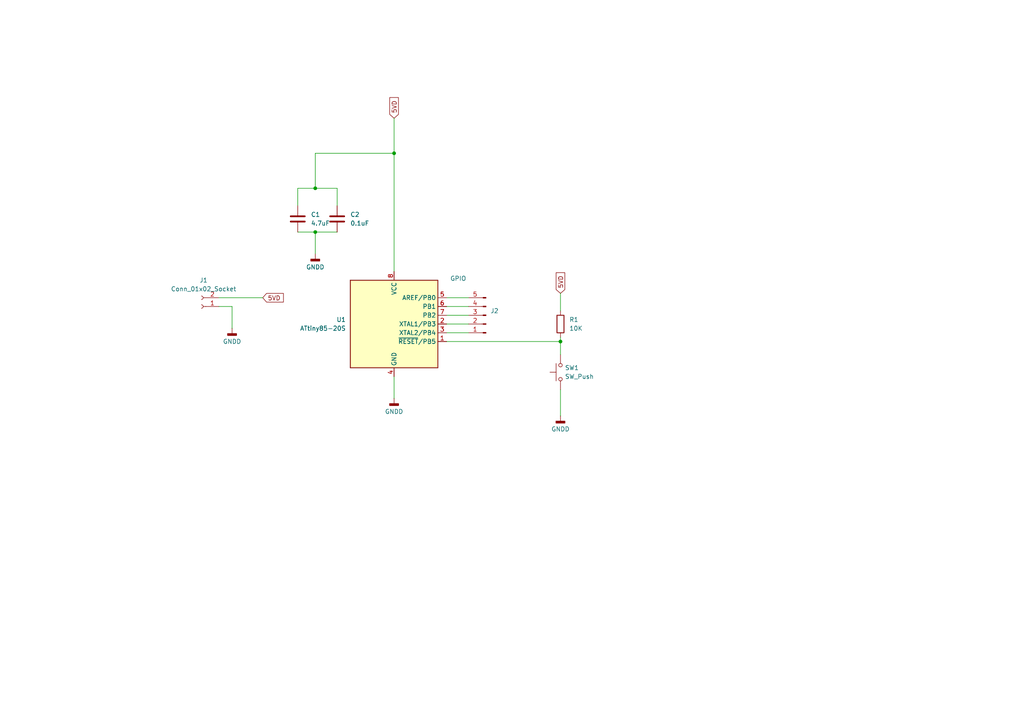
<source format=kicad_sch>
(kicad_sch
	(version 20250114)
	(generator "eeschema")
	(generator_version "9.0")
	(uuid "0005facc-bd3d-453d-842c-7238bdc68b2e")
	(paper "A4")
	(lib_symbols
		(symbol "+3.7v:GNDD"
			(power)
			(pin_numbers
				(hide yes)
			)
			(pin_names
				(offset 0)
				(hide yes)
			)
			(exclude_from_sim no)
			(in_bom yes)
			(on_board yes)
			(property "Reference" "#PWR"
				(at 0 -6.35 0)
				(effects
					(font
						(size 1.27 1.27)
					)
					(hide yes)
				)
			)
			(property "Value" "GNDD"
				(at 0 -3.175 0)
				(effects
					(font
						(size 1.27 1.27)
					)
				)
			)
			(property "Footprint" ""
				(at 0 0 0)
				(effects
					(font
						(size 1.27 1.27)
					)
					(hide yes)
				)
			)
			(property "Datasheet" ""
				(at 0 0 0)
				(effects
					(font
						(size 1.27 1.27)
					)
					(hide yes)
				)
			)
			(property "Description" "Power symbol creates a global label with name \"GNDD\" , digital ground"
				(at 0 0 0)
				(effects
					(font
						(size 1.27 1.27)
					)
					(hide yes)
				)
			)
			(property "ki_keywords" "global power"
				(at 0 0 0)
				(effects
					(font
						(size 1.27 1.27)
					)
					(hide yes)
				)
			)
			(symbol "GNDD_0_1"
				(rectangle
					(start -1.27 -1.524)
					(end 1.27 -2.032)
					(stroke
						(width 0.254)
						(type default)
					)
					(fill
						(type outline)
					)
				)
				(polyline
					(pts
						(xy 0 0) (xy 0 -1.524)
					)
					(stroke
						(width 0)
						(type default)
					)
					(fill
						(type none)
					)
				)
			)
			(symbol "GNDD_1_1"
				(pin power_in line
					(at 0 0 270)
					(length 0)
					(name "~"
						(effects
							(font
								(size 1.27 1.27)
							)
						)
					)
					(number "1"
						(effects
							(font
								(size 1.27 1.27)
							)
						)
					)
				)
			)
			(embedded_fonts no)
		)
		(symbol "Connector:Conn_01x02_Socket"
			(pin_names
				(offset 1.016)
				(hide yes)
			)
			(exclude_from_sim no)
			(in_bom yes)
			(on_board yes)
			(property "Reference" "J"
				(at 0 2.54 0)
				(effects
					(font
						(size 1.27 1.27)
					)
				)
			)
			(property "Value" "Conn_01x02_Socket"
				(at 0 -5.08 0)
				(effects
					(font
						(size 1.27 1.27)
					)
				)
			)
			(property "Footprint" ""
				(at 0 0 0)
				(effects
					(font
						(size 1.27 1.27)
					)
					(hide yes)
				)
			)
			(property "Datasheet" "~"
				(at 0 0 0)
				(effects
					(font
						(size 1.27 1.27)
					)
					(hide yes)
				)
			)
			(property "Description" "Generic connector, single row, 01x02, script generated"
				(at 0 0 0)
				(effects
					(font
						(size 1.27 1.27)
					)
					(hide yes)
				)
			)
			(property "ki_locked" ""
				(at 0 0 0)
				(effects
					(font
						(size 1.27 1.27)
					)
				)
			)
			(property "ki_keywords" "connector"
				(at 0 0 0)
				(effects
					(font
						(size 1.27 1.27)
					)
					(hide yes)
				)
			)
			(property "ki_fp_filters" "Connector*:*_1x??_*"
				(at 0 0 0)
				(effects
					(font
						(size 1.27 1.27)
					)
					(hide yes)
				)
			)
			(symbol "Conn_01x02_Socket_1_1"
				(polyline
					(pts
						(xy -1.27 0) (xy -0.508 0)
					)
					(stroke
						(width 0.1524)
						(type default)
					)
					(fill
						(type none)
					)
				)
				(polyline
					(pts
						(xy -1.27 -2.54) (xy -0.508 -2.54)
					)
					(stroke
						(width 0.1524)
						(type default)
					)
					(fill
						(type none)
					)
				)
				(arc
					(start 0 -0.508)
					(mid -0.5058 0)
					(end 0 0.508)
					(stroke
						(width 0.1524)
						(type default)
					)
					(fill
						(type none)
					)
				)
				(arc
					(start 0 -3.048)
					(mid -0.5058 -2.54)
					(end 0 -2.032)
					(stroke
						(width 0.1524)
						(type default)
					)
					(fill
						(type none)
					)
				)
				(pin passive line
					(at -5.08 0 0)
					(length 3.81)
					(name "Pin_1"
						(effects
							(font
								(size 1.27 1.27)
							)
						)
					)
					(number "1"
						(effects
							(font
								(size 1.27 1.27)
							)
						)
					)
				)
				(pin passive line
					(at -5.08 -2.54 0)
					(length 3.81)
					(name "Pin_2"
						(effects
							(font
								(size 1.27 1.27)
							)
						)
					)
					(number "2"
						(effects
							(font
								(size 1.27 1.27)
							)
						)
					)
				)
			)
			(embedded_fonts no)
		)
		(symbol "Connector:Conn_01x05_Pin"
			(pin_names
				(offset 1.016)
				(hide yes)
			)
			(exclude_from_sim no)
			(in_bom yes)
			(on_board yes)
			(property "Reference" "J"
				(at 0 7.62 0)
				(effects
					(font
						(size 1.27 1.27)
					)
				)
			)
			(property "Value" "Conn_01x05_Pin"
				(at 0 -7.62 0)
				(effects
					(font
						(size 1.27 1.27)
					)
				)
			)
			(property "Footprint" ""
				(at 0 0 0)
				(effects
					(font
						(size 1.27 1.27)
					)
					(hide yes)
				)
			)
			(property "Datasheet" "~"
				(at 0 0 0)
				(effects
					(font
						(size 1.27 1.27)
					)
					(hide yes)
				)
			)
			(property "Description" "Generic connector, single row, 01x05, script generated"
				(at 0 0 0)
				(effects
					(font
						(size 1.27 1.27)
					)
					(hide yes)
				)
			)
			(property "ki_locked" ""
				(at 0 0 0)
				(effects
					(font
						(size 1.27 1.27)
					)
				)
			)
			(property "ki_keywords" "connector"
				(at 0 0 0)
				(effects
					(font
						(size 1.27 1.27)
					)
					(hide yes)
				)
			)
			(property "ki_fp_filters" "Connector*:*_1x??_*"
				(at 0 0 0)
				(effects
					(font
						(size 1.27 1.27)
					)
					(hide yes)
				)
			)
			(symbol "Conn_01x05_Pin_1_1"
				(rectangle
					(start 0.8636 5.207)
					(end 0 4.953)
					(stroke
						(width 0.1524)
						(type default)
					)
					(fill
						(type outline)
					)
				)
				(rectangle
					(start 0.8636 2.667)
					(end 0 2.413)
					(stroke
						(width 0.1524)
						(type default)
					)
					(fill
						(type outline)
					)
				)
				(rectangle
					(start 0.8636 0.127)
					(end 0 -0.127)
					(stroke
						(width 0.1524)
						(type default)
					)
					(fill
						(type outline)
					)
				)
				(rectangle
					(start 0.8636 -2.413)
					(end 0 -2.667)
					(stroke
						(width 0.1524)
						(type default)
					)
					(fill
						(type outline)
					)
				)
				(rectangle
					(start 0.8636 -4.953)
					(end 0 -5.207)
					(stroke
						(width 0.1524)
						(type default)
					)
					(fill
						(type outline)
					)
				)
				(polyline
					(pts
						(xy 1.27 5.08) (xy 0.8636 5.08)
					)
					(stroke
						(width 0.1524)
						(type default)
					)
					(fill
						(type none)
					)
				)
				(polyline
					(pts
						(xy 1.27 2.54) (xy 0.8636 2.54)
					)
					(stroke
						(width 0.1524)
						(type default)
					)
					(fill
						(type none)
					)
				)
				(polyline
					(pts
						(xy 1.27 0) (xy 0.8636 0)
					)
					(stroke
						(width 0.1524)
						(type default)
					)
					(fill
						(type none)
					)
				)
				(polyline
					(pts
						(xy 1.27 -2.54) (xy 0.8636 -2.54)
					)
					(stroke
						(width 0.1524)
						(type default)
					)
					(fill
						(type none)
					)
				)
				(polyline
					(pts
						(xy 1.27 -5.08) (xy 0.8636 -5.08)
					)
					(stroke
						(width 0.1524)
						(type default)
					)
					(fill
						(type none)
					)
				)
				(pin passive line
					(at 5.08 5.08 180)
					(length 3.81)
					(name "Pin_1"
						(effects
							(font
								(size 1.27 1.27)
							)
						)
					)
					(number "1"
						(effects
							(font
								(size 1.27 1.27)
							)
						)
					)
				)
				(pin passive line
					(at 5.08 2.54 180)
					(length 3.81)
					(name "Pin_2"
						(effects
							(font
								(size 1.27 1.27)
							)
						)
					)
					(number "2"
						(effects
							(font
								(size 1.27 1.27)
							)
						)
					)
				)
				(pin passive line
					(at 5.08 0 180)
					(length 3.81)
					(name "Pin_3"
						(effects
							(font
								(size 1.27 1.27)
							)
						)
					)
					(number "3"
						(effects
							(font
								(size 1.27 1.27)
							)
						)
					)
				)
				(pin passive line
					(at 5.08 -2.54 180)
					(length 3.81)
					(name "Pin_4"
						(effects
							(font
								(size 1.27 1.27)
							)
						)
					)
					(number "4"
						(effects
							(font
								(size 1.27 1.27)
							)
						)
					)
				)
				(pin passive line
					(at 5.08 -5.08 180)
					(length 3.81)
					(name "Pin_5"
						(effects
							(font
								(size 1.27 1.27)
							)
						)
					)
					(number "5"
						(effects
							(font
								(size 1.27 1.27)
							)
						)
					)
				)
			)
			(embedded_fonts no)
		)
		(symbol "Device:C"
			(pin_numbers
				(hide yes)
			)
			(pin_names
				(offset 0.254)
			)
			(exclude_from_sim no)
			(in_bom yes)
			(on_board yes)
			(property "Reference" "C"
				(at 0.635 2.54 0)
				(effects
					(font
						(size 1.27 1.27)
					)
					(justify left)
				)
			)
			(property "Value" "C"
				(at 0.635 -2.54 0)
				(effects
					(font
						(size 1.27 1.27)
					)
					(justify left)
				)
			)
			(property "Footprint" ""
				(at 0.9652 -3.81 0)
				(effects
					(font
						(size 1.27 1.27)
					)
					(hide yes)
				)
			)
			(property "Datasheet" "~"
				(at 0 0 0)
				(effects
					(font
						(size 1.27 1.27)
					)
					(hide yes)
				)
			)
			(property "Description" "Unpolarized capacitor"
				(at 0 0 0)
				(effects
					(font
						(size 1.27 1.27)
					)
					(hide yes)
				)
			)
			(property "ki_keywords" "cap capacitor"
				(at 0 0 0)
				(effects
					(font
						(size 1.27 1.27)
					)
					(hide yes)
				)
			)
			(property "ki_fp_filters" "C_*"
				(at 0 0 0)
				(effects
					(font
						(size 1.27 1.27)
					)
					(hide yes)
				)
			)
			(symbol "C_0_1"
				(polyline
					(pts
						(xy -2.032 0.762) (xy 2.032 0.762)
					)
					(stroke
						(width 0.508)
						(type default)
					)
					(fill
						(type none)
					)
				)
				(polyline
					(pts
						(xy -2.032 -0.762) (xy 2.032 -0.762)
					)
					(stroke
						(width 0.508)
						(type default)
					)
					(fill
						(type none)
					)
				)
			)
			(symbol "C_1_1"
				(pin passive line
					(at 0 3.81 270)
					(length 2.794)
					(name "~"
						(effects
							(font
								(size 1.27 1.27)
							)
						)
					)
					(number "1"
						(effects
							(font
								(size 1.27 1.27)
							)
						)
					)
				)
				(pin passive line
					(at 0 -3.81 90)
					(length 2.794)
					(name "~"
						(effects
							(font
								(size 1.27 1.27)
							)
						)
					)
					(number "2"
						(effects
							(font
								(size 1.27 1.27)
							)
						)
					)
				)
			)
			(embedded_fonts no)
		)
		(symbol "Device:R"
			(pin_numbers
				(hide yes)
			)
			(pin_names
				(offset 0)
			)
			(exclude_from_sim no)
			(in_bom yes)
			(on_board yes)
			(property "Reference" "R"
				(at 2.032 0 90)
				(effects
					(font
						(size 1.27 1.27)
					)
				)
			)
			(property "Value" "R"
				(at 0 0 90)
				(effects
					(font
						(size 1.27 1.27)
					)
				)
			)
			(property "Footprint" ""
				(at -1.778 0 90)
				(effects
					(font
						(size 1.27 1.27)
					)
					(hide yes)
				)
			)
			(property "Datasheet" "~"
				(at 0 0 0)
				(effects
					(font
						(size 1.27 1.27)
					)
					(hide yes)
				)
			)
			(property "Description" "Resistor"
				(at 0 0 0)
				(effects
					(font
						(size 1.27 1.27)
					)
					(hide yes)
				)
			)
			(property "ki_keywords" "R res resistor"
				(at 0 0 0)
				(effects
					(font
						(size 1.27 1.27)
					)
					(hide yes)
				)
			)
			(property "ki_fp_filters" "R_*"
				(at 0 0 0)
				(effects
					(font
						(size 1.27 1.27)
					)
					(hide yes)
				)
			)
			(symbol "R_0_1"
				(rectangle
					(start -1.016 -2.54)
					(end 1.016 2.54)
					(stroke
						(width 0.254)
						(type default)
					)
					(fill
						(type none)
					)
				)
			)
			(symbol "R_1_1"
				(pin passive line
					(at 0 3.81 270)
					(length 1.27)
					(name "~"
						(effects
							(font
								(size 1.27 1.27)
							)
						)
					)
					(number "1"
						(effects
							(font
								(size 1.27 1.27)
							)
						)
					)
				)
				(pin passive line
					(at 0 -3.81 90)
					(length 1.27)
					(name "~"
						(effects
							(font
								(size 1.27 1.27)
							)
						)
					)
					(number "2"
						(effects
							(font
								(size 1.27 1.27)
							)
						)
					)
				)
			)
			(embedded_fonts no)
		)
		(symbol "MCU_Microchip_ATtiny:ATtiny85-20S"
			(exclude_from_sim no)
			(in_bom yes)
			(on_board yes)
			(property "Reference" "U"
				(at -12.7 13.97 0)
				(effects
					(font
						(size 1.27 1.27)
					)
					(justify left bottom)
				)
			)
			(property "Value" "ATtiny85-20S"
				(at 2.54 -13.97 0)
				(effects
					(font
						(size 1.27 1.27)
					)
					(justify left top)
				)
			)
			(property "Footprint" "Package_SO:SOIC-8_5.3x5.3mm_P1.27mm"
				(at 0 0 0)
				(effects
					(font
						(size 1.27 1.27)
						(italic yes)
					)
					(hide yes)
				)
			)
			(property "Datasheet" "http://ww1.microchip.com/downloads/en/DeviceDoc/atmel-2586-avr-8-bit-microcontroller-attiny25-attiny45-attiny85_datasheet.pdf"
				(at 0 0 0)
				(effects
					(font
						(size 1.27 1.27)
					)
					(hide yes)
				)
			)
			(property "Description" "20MHz, 8kB Flash, 512B SRAM, 512B EEPROM, debugWIRE, SOIC-8"
				(at 0 0 0)
				(effects
					(font
						(size 1.27 1.27)
					)
					(hide yes)
				)
			)
			(property "ki_keywords" "AVR 8bit Microcontroller tinyAVR"
				(at 0 0 0)
				(effects
					(font
						(size 1.27 1.27)
					)
					(hide yes)
				)
			)
			(property "ki_fp_filters" "*SOIC*5.3x5.3mm*P1.27mm*"
				(at 0 0 0)
				(effects
					(font
						(size 1.27 1.27)
					)
					(hide yes)
				)
			)
			(symbol "ATtiny85-20S_0_1"
				(rectangle
					(start -12.7 -12.7)
					(end 12.7 12.7)
					(stroke
						(width 0.254)
						(type default)
					)
					(fill
						(type background)
					)
				)
			)
			(symbol "ATtiny85-20S_1_1"
				(pin power_in line
					(at 0 15.24 270)
					(length 2.54)
					(name "VCC"
						(effects
							(font
								(size 1.27 1.27)
							)
						)
					)
					(number "8"
						(effects
							(font
								(size 1.27 1.27)
							)
						)
					)
				)
				(pin power_in line
					(at 0 -15.24 90)
					(length 2.54)
					(name "GND"
						(effects
							(font
								(size 1.27 1.27)
							)
						)
					)
					(number "4"
						(effects
							(font
								(size 1.27 1.27)
							)
						)
					)
				)
				(pin bidirectional line
					(at 15.24 7.62 180)
					(length 2.54)
					(name "AREF/PB0"
						(effects
							(font
								(size 1.27 1.27)
							)
						)
					)
					(number "5"
						(effects
							(font
								(size 1.27 1.27)
							)
						)
					)
				)
				(pin bidirectional line
					(at 15.24 5.08 180)
					(length 2.54)
					(name "PB1"
						(effects
							(font
								(size 1.27 1.27)
							)
						)
					)
					(number "6"
						(effects
							(font
								(size 1.27 1.27)
							)
						)
					)
				)
				(pin bidirectional line
					(at 15.24 2.54 180)
					(length 2.54)
					(name "PB2"
						(effects
							(font
								(size 1.27 1.27)
							)
						)
					)
					(number "7"
						(effects
							(font
								(size 1.27 1.27)
							)
						)
					)
				)
				(pin bidirectional line
					(at 15.24 0 180)
					(length 2.54)
					(name "XTAL1/PB3"
						(effects
							(font
								(size 1.27 1.27)
							)
						)
					)
					(number "2"
						(effects
							(font
								(size 1.27 1.27)
							)
						)
					)
				)
				(pin bidirectional line
					(at 15.24 -2.54 180)
					(length 2.54)
					(name "XTAL2/PB4"
						(effects
							(font
								(size 1.27 1.27)
							)
						)
					)
					(number "3"
						(effects
							(font
								(size 1.27 1.27)
							)
						)
					)
				)
				(pin bidirectional line
					(at 15.24 -5.08 180)
					(length 2.54)
					(name "~{RESET}/PB5"
						(effects
							(font
								(size 1.27 1.27)
							)
						)
					)
					(number "1"
						(effects
							(font
								(size 1.27 1.27)
							)
						)
					)
				)
			)
			(embedded_fonts no)
		)
		(symbol "Switch:SW_Push"
			(pin_numbers
				(hide yes)
			)
			(pin_names
				(offset 1.016)
				(hide yes)
			)
			(exclude_from_sim no)
			(in_bom yes)
			(on_board yes)
			(property "Reference" "SW"
				(at 1.27 2.54 0)
				(effects
					(font
						(size 1.27 1.27)
					)
					(justify left)
				)
			)
			(property "Value" "SW_Push"
				(at 0 -1.524 0)
				(effects
					(font
						(size 1.27 1.27)
					)
				)
			)
			(property "Footprint" ""
				(at 0 5.08 0)
				(effects
					(font
						(size 1.27 1.27)
					)
					(hide yes)
				)
			)
			(property "Datasheet" "~"
				(at 0 5.08 0)
				(effects
					(font
						(size 1.27 1.27)
					)
					(hide yes)
				)
			)
			(property "Description" "Push button switch, generic, two pins"
				(at 0 0 0)
				(effects
					(font
						(size 1.27 1.27)
					)
					(hide yes)
				)
			)
			(property "ki_keywords" "switch normally-open pushbutton push-button"
				(at 0 0 0)
				(effects
					(font
						(size 1.27 1.27)
					)
					(hide yes)
				)
			)
			(symbol "SW_Push_0_1"
				(circle
					(center -2.032 0)
					(radius 0.508)
					(stroke
						(width 0)
						(type default)
					)
					(fill
						(type none)
					)
				)
				(polyline
					(pts
						(xy 0 1.27) (xy 0 3.048)
					)
					(stroke
						(width 0)
						(type default)
					)
					(fill
						(type none)
					)
				)
				(circle
					(center 2.032 0)
					(radius 0.508)
					(stroke
						(width 0)
						(type default)
					)
					(fill
						(type none)
					)
				)
				(polyline
					(pts
						(xy 2.54 1.27) (xy -2.54 1.27)
					)
					(stroke
						(width 0)
						(type default)
					)
					(fill
						(type none)
					)
				)
				(pin passive line
					(at -5.08 0 0)
					(length 2.54)
					(name "1"
						(effects
							(font
								(size 1.27 1.27)
							)
						)
					)
					(number "1"
						(effects
							(font
								(size 1.27 1.27)
							)
						)
					)
				)
				(pin passive line
					(at 5.08 0 180)
					(length 2.54)
					(name "2"
						(effects
							(font
								(size 1.27 1.27)
							)
						)
					)
					(number "2"
						(effects
							(font
								(size 1.27 1.27)
							)
						)
					)
				)
			)
			(embedded_fonts no)
		)
	)
	(junction
		(at 114.3 44.45)
		(diameter 0)
		(color 0 0 0 0)
		(uuid "4f9381e0-8099-48c1-b623-c0fc8568fb78")
	)
	(junction
		(at 91.44 54.61)
		(diameter 0)
		(color 0 0 0 0)
		(uuid "e1e2291b-3e77-414a-9c88-61a65b2c65f8")
	)
	(junction
		(at 91.44 67.31)
		(diameter 0)
		(color 0 0 0 0)
		(uuid "ee80f400-0b14-4985-a99d-42581abac347")
	)
	(junction
		(at 162.56 99.06)
		(diameter 0)
		(color 0 0 0 0)
		(uuid "f592e8c9-58dd-48b2-92ad-5ae0b6c02906")
	)
	(wire
		(pts
			(xy 162.56 85.09) (xy 162.56 90.17)
		)
		(stroke
			(width 0)
			(type default)
		)
		(uuid "135d24d9-a7c5-41e8-b908-b14ccc5340d7")
	)
	(wire
		(pts
			(xy 162.56 99.06) (xy 162.56 102.87)
		)
		(stroke
			(width 0)
			(type default)
		)
		(uuid "23e90f17-54ab-434c-b491-2b280d8bbcac")
	)
	(wire
		(pts
			(xy 86.36 67.31) (xy 91.44 67.31)
		)
		(stroke
			(width 0)
			(type default)
		)
		(uuid "251a9eaf-6927-4e91-bdd5-adc536f37d0d")
	)
	(wire
		(pts
			(xy 129.54 88.9) (xy 135.89 88.9)
		)
		(stroke
			(width 0)
			(type default)
		)
		(uuid "29ca30aa-03a7-4aea-af24-4c758180808a")
	)
	(wire
		(pts
			(xy 129.54 99.06) (xy 162.56 99.06)
		)
		(stroke
			(width 0)
			(type default)
		)
		(uuid "56aba6d4-b19a-450c-a747-ed52cfcdaf60")
	)
	(wire
		(pts
			(xy 91.44 67.31) (xy 97.79 67.31)
		)
		(stroke
			(width 0)
			(type default)
		)
		(uuid "5a14aa1b-c8e1-4d8d-bcd9-f904eaf76a45")
	)
	(wire
		(pts
			(xy 86.36 54.61) (xy 91.44 54.61)
		)
		(stroke
			(width 0)
			(type default)
		)
		(uuid "5d85d5f0-1d2b-41fd-940a-aaab2e4419b7")
	)
	(wire
		(pts
			(xy 162.56 113.03) (xy 162.56 120.65)
		)
		(stroke
			(width 0)
			(type default)
		)
		(uuid "6d210177-18bc-421a-a191-a1919ebfda9b")
	)
	(wire
		(pts
			(xy 114.3 44.45) (xy 91.44 44.45)
		)
		(stroke
			(width 0)
			(type default)
		)
		(uuid "72e61318-1870-415c-a4dc-9b83f1db7da7")
	)
	(wire
		(pts
			(xy 129.54 91.44) (xy 135.89 91.44)
		)
		(stroke
			(width 0)
			(type default)
		)
		(uuid "73b6ce48-b49a-4633-afa9-f2a9d35b54d5")
	)
	(wire
		(pts
			(xy 162.56 97.79) (xy 162.56 99.06)
		)
		(stroke
			(width 0)
			(type default)
		)
		(uuid "80cc6c2c-bd3f-44e9-b643-0c7d2ec8be34")
	)
	(wire
		(pts
			(xy 91.44 44.45) (xy 91.44 54.61)
		)
		(stroke
			(width 0)
			(type default)
		)
		(uuid "81ffcd97-550d-41b2-96a1-7d0eab5497dd")
	)
	(wire
		(pts
			(xy 97.79 54.61) (xy 97.79 59.69)
		)
		(stroke
			(width 0)
			(type default)
		)
		(uuid "8a42ac20-0a29-4400-b510-c1e0caf5cabe")
	)
	(wire
		(pts
			(xy 63.5 88.9) (xy 67.31 88.9)
		)
		(stroke
			(width 0)
			(type default)
		)
		(uuid "8dd2624a-49fc-4a5a-a528-1be62bd5788a")
	)
	(wire
		(pts
			(xy 86.36 59.69) (xy 86.36 54.61)
		)
		(stroke
			(width 0)
			(type default)
		)
		(uuid "97e17480-a2d3-4a7d-a5d2-9d734bc56691")
	)
	(wire
		(pts
			(xy 114.3 109.22) (xy 114.3 115.57)
		)
		(stroke
			(width 0)
			(type default)
		)
		(uuid "d1c5666b-3d33-4a24-80bd-6e0b24515c48")
	)
	(wire
		(pts
			(xy 114.3 78.74) (xy 114.3 44.45)
		)
		(stroke
			(width 0)
			(type default)
		)
		(uuid "d2b517b0-1d35-4561-bf51-aa24b592d184")
	)
	(wire
		(pts
			(xy 129.54 96.52) (xy 135.89 96.52)
		)
		(stroke
			(width 0)
			(type default)
		)
		(uuid "d402bb83-c6cb-42cc-b13a-6810c62130a8")
	)
	(wire
		(pts
			(xy 129.54 93.98) (xy 135.89 93.98)
		)
		(stroke
			(width 0)
			(type default)
		)
		(uuid "daed71cb-7de9-4b1a-9309-2024ce49e4ff")
	)
	(wire
		(pts
			(xy 91.44 67.31) (xy 91.44 73.66)
		)
		(stroke
			(width 0)
			(type default)
		)
		(uuid "dfbe1da2-92d5-4a25-b7b7-8742c5286efb")
	)
	(wire
		(pts
			(xy 67.31 88.9) (xy 67.31 95.25)
		)
		(stroke
			(width 0)
			(type default)
		)
		(uuid "e915fb73-918f-4bf5-bf93-8e03deb13e86")
	)
	(wire
		(pts
			(xy 91.44 54.61) (xy 97.79 54.61)
		)
		(stroke
			(width 0)
			(type default)
		)
		(uuid "f1b51891-a974-490d-8ca1-04be1c4d46ea")
	)
	(wire
		(pts
			(xy 129.54 86.36) (xy 135.89 86.36)
		)
		(stroke
			(width 0)
			(type default)
		)
		(uuid "f55d6109-80b0-4170-85a7-958aca69af28")
	)
	(wire
		(pts
			(xy 114.3 34.29) (xy 114.3 44.45)
		)
		(stroke
			(width 0)
			(type default)
		)
		(uuid "ff6efed8-c307-4fee-9cb9-1e022e59ce1c")
	)
	(wire
		(pts
			(xy 63.5 86.36) (xy 76.2 86.36)
		)
		(stroke
			(width 0)
			(type default)
		)
		(uuid "ff9a4704-c587-4667-a747-a485b72e5bcf")
	)
	(global_label "5VD"
		(shape input)
		(at 114.3 34.29 90)
		(fields_autoplaced yes)
		(effects
			(font
				(size 1.27 1.27)
			)
			(justify left)
		)
		(uuid "5f0fbc38-0310-4b32-a313-79515d1e7c4a")
		(property "Intersheetrefs" "${INTERSHEET_REFS}"
			(at 114.3 27.7367 90)
			(effects
				(font
					(size 1.27 1.27)
				)
				(justify left)
				(hide yes)
			)
		)
	)
	(global_label "5VD"
		(shape input)
		(at 76.2 86.36 0)
		(fields_autoplaced yes)
		(effects
			(font
				(size 1.27 1.27)
			)
			(justify left)
		)
		(uuid "825585c6-ace4-4e0b-9511-e42c99103f2b")
		(property "Intersheetrefs" "${INTERSHEET_REFS}"
			(at 82.7533 86.36 0)
			(effects
				(font
					(size 1.27 1.27)
				)
				(justify left)
				(hide yes)
			)
		)
	)
	(global_label "5VD"
		(shape input)
		(at 162.56 85.09 90)
		(fields_autoplaced yes)
		(effects
			(font
				(size 1.27 1.27)
			)
			(justify left)
		)
		(uuid "c704534a-1537-4e75-bdbd-d5bc83dc6bbc")
		(property "Intersheetrefs" "${INTERSHEET_REFS}"
			(at 162.56 78.5367 90)
			(effects
				(font
					(size 1.27 1.27)
				)
				(justify left)
				(hide yes)
			)
		)
	)
	(symbol
		(lib_id "+3.7v:GNDD")
		(at 162.56 120.65 0)
		(unit 1)
		(exclude_from_sim no)
		(in_bom yes)
		(on_board yes)
		(dnp no)
		(fields_autoplaced yes)
		(uuid "24104c5b-1fb8-4be6-a25d-e3a7ccb77a95")
		(property "Reference" "#PWR03"
			(at 162.56 127 0)
			(effects
				(font
					(size 1.27 1.27)
				)
				(hide yes)
			)
		)
		(property "Value" "GNDD"
			(at 162.56 124.46 0)
			(effects
				(font
					(size 1.27 1.27)
				)
			)
		)
		(property "Footprint" ""
			(at 162.56 120.65 0)
			(effects
				(font
					(size 1.27 1.27)
				)
				(hide yes)
			)
		)
		(property "Datasheet" ""
			(at 162.56 120.65 0)
			(effects
				(font
					(size 1.27 1.27)
				)
				(hide yes)
			)
		)
		(property "Description" "Power symbol creates a global label with name \"GNDD\" , digital ground"
			(at 162.56 120.65 0)
			(effects
				(font
					(size 1.27 1.27)
				)
				(hide yes)
			)
		)
		(pin "1"
			(uuid "0f38d248-e425-4ea7-a1af-dabb2f7f14ef")
		)
		(instances
			(project "multilayer trial"
				(path "/0005facc-bd3d-453d-842c-7238bdc68b2e"
					(reference "#PWR03")
					(unit 1)
				)
			)
		)
	)
	(symbol
		(lib_id "+3.7v:GNDD")
		(at 114.3 115.57 0)
		(unit 1)
		(exclude_from_sim no)
		(in_bom yes)
		(on_board yes)
		(dnp no)
		(fields_autoplaced yes)
		(uuid "3219e1e5-302a-4378-85e1-bf5b9653f9d7")
		(property "Reference" "#PWR04"
			(at 114.3 121.92 0)
			(effects
				(font
					(size 1.27 1.27)
				)
				(hide yes)
			)
		)
		(property "Value" "GNDD"
			(at 114.3 119.38 0)
			(effects
				(font
					(size 1.27 1.27)
				)
			)
		)
		(property "Footprint" ""
			(at 114.3 115.57 0)
			(effects
				(font
					(size 1.27 1.27)
				)
				(hide yes)
			)
		)
		(property "Datasheet" ""
			(at 114.3 115.57 0)
			(effects
				(font
					(size 1.27 1.27)
				)
				(hide yes)
			)
		)
		(property "Description" "Power symbol creates a global label with name \"GNDD\" , digital ground"
			(at 114.3 115.57 0)
			(effects
				(font
					(size 1.27 1.27)
				)
				(hide yes)
			)
		)
		(pin "1"
			(uuid "feafc878-1de7-4871-b978-eb7c521f7e4f")
		)
		(instances
			(project "multilayer trial"
				(path "/0005facc-bd3d-453d-842c-7238bdc68b2e"
					(reference "#PWR04")
					(unit 1)
				)
			)
		)
	)
	(symbol
		(lib_id "Device:C")
		(at 97.79 63.5 0)
		(unit 1)
		(exclude_from_sim no)
		(in_bom yes)
		(on_board yes)
		(dnp no)
		(fields_autoplaced yes)
		(uuid "5a53cdfb-f508-429e-a023-35a7b04dbc36")
		(property "Reference" "C2"
			(at 101.6 62.2299 0)
			(effects
				(font
					(size 1.27 1.27)
				)
				(justify left)
			)
		)
		(property "Value" "0.1uF"
			(at 101.6 64.7699 0)
			(effects
				(font
					(size 1.27 1.27)
				)
				(justify left)
			)
		)
		(property "Footprint" "Capacitor_SMD:C_0603_1608Metric"
			(at 98.7552 67.31 0)
			(effects
				(font
					(size 1.27 1.27)
				)
				(hide yes)
			)
		)
		(property "Datasheet" "~"
			(at 97.79 63.5 0)
			(effects
				(font
					(size 1.27 1.27)
				)
				(hide yes)
			)
		)
		(property "Description" "Unpolarized capacitor"
			(at 97.79 63.5 0)
			(effects
				(font
					(size 1.27 1.27)
				)
				(hide yes)
			)
		)
		(pin "2"
			(uuid "3575ce1f-984c-4290-bb33-3815c3f1bd50")
		)
		(pin "1"
			(uuid "43417716-4baf-4434-be80-4c6bb79dda0d")
		)
		(instances
			(project "multilayer trial"
				(path "/0005facc-bd3d-453d-842c-7238bdc68b2e"
					(reference "C2")
					(unit 1)
				)
			)
		)
	)
	(symbol
		(lib_id "+3.7v:GNDD")
		(at 67.31 95.25 0)
		(unit 1)
		(exclude_from_sim no)
		(in_bom yes)
		(on_board yes)
		(dnp no)
		(fields_autoplaced yes)
		(uuid "76ac9132-badf-4056-b210-20bbb9bf1ed0")
		(property "Reference" "#PWR02"
			(at 67.31 101.6 0)
			(effects
				(font
					(size 1.27 1.27)
				)
				(hide yes)
			)
		)
		(property "Value" "GNDD"
			(at 67.31 99.06 0)
			(effects
				(font
					(size 1.27 1.27)
				)
			)
		)
		(property "Footprint" ""
			(at 67.31 95.25 0)
			(effects
				(font
					(size 1.27 1.27)
				)
				(hide yes)
			)
		)
		(property "Datasheet" ""
			(at 67.31 95.25 0)
			(effects
				(font
					(size 1.27 1.27)
				)
				(hide yes)
			)
		)
		(property "Description" "Power symbol creates a global label with name \"GNDD\" , digital ground"
			(at 67.31 95.25 0)
			(effects
				(font
					(size 1.27 1.27)
				)
				(hide yes)
			)
		)
		(pin "1"
			(uuid "7efa99e2-bb5c-4079-8271-3478f0f95ea3")
		)
		(instances
			(project "multilayer trial"
				(path "/0005facc-bd3d-453d-842c-7238bdc68b2e"
					(reference "#PWR02")
					(unit 1)
				)
			)
		)
	)
	(symbol
		(lib_id "Device:C")
		(at 86.36 63.5 0)
		(unit 1)
		(exclude_from_sim no)
		(in_bom yes)
		(on_board yes)
		(dnp no)
		(fields_autoplaced yes)
		(uuid "82520fdb-7466-4032-b7b1-2d4bee2355ad")
		(property "Reference" "C1"
			(at 90.17 62.2299 0)
			(effects
				(font
					(size 1.27 1.27)
				)
				(justify left)
			)
		)
		(property "Value" "4.7uF"
			(at 90.17 64.7699 0)
			(effects
				(font
					(size 1.27 1.27)
				)
				(justify left)
			)
		)
		(property "Footprint" "Capacitor_SMD:C_0603_1608Metric"
			(at 87.3252 67.31 0)
			(effects
				(font
					(size 1.27 1.27)
				)
				(hide yes)
			)
		)
		(property "Datasheet" "~"
			(at 86.36 63.5 0)
			(effects
				(font
					(size 1.27 1.27)
				)
				(hide yes)
			)
		)
		(property "Description" "Unpolarized capacitor"
			(at 86.36 63.5 0)
			(effects
				(font
					(size 1.27 1.27)
				)
				(hide yes)
			)
		)
		(pin "2"
			(uuid "eace1749-1852-4281-8ff5-35421c6e8be6")
		)
		(pin "1"
			(uuid "a4672373-9120-42b6-89a3-3014e06c2de8")
		)
		(instances
			(project ""
				(path "/0005facc-bd3d-453d-842c-7238bdc68b2e"
					(reference "C1")
					(unit 1)
				)
			)
		)
	)
	(symbol
		(lib_id "Device:R")
		(at 162.56 93.98 0)
		(unit 1)
		(exclude_from_sim no)
		(in_bom yes)
		(on_board yes)
		(dnp no)
		(fields_autoplaced yes)
		(uuid "83d7302b-08bf-4311-81e9-1fad8d5622f4")
		(property "Reference" "R1"
			(at 165.1 92.7099 0)
			(effects
				(font
					(size 1.27 1.27)
				)
				(justify left)
			)
		)
		(property "Value" "10K"
			(at 165.1 95.2499 0)
			(effects
				(font
					(size 1.27 1.27)
				)
				(justify left)
			)
		)
		(property "Footprint" "Resistor_SMD:R_0603_1608Metric"
			(at 160.782 93.98 90)
			(effects
				(font
					(size 1.27 1.27)
				)
				(hide yes)
			)
		)
		(property "Datasheet" "~"
			(at 162.56 93.98 0)
			(effects
				(font
					(size 1.27 1.27)
				)
				(hide yes)
			)
		)
		(property "Description" "Resistor"
			(at 162.56 93.98 0)
			(effects
				(font
					(size 1.27 1.27)
				)
				(hide yes)
			)
		)
		(pin "2"
			(uuid "eb318808-56f4-449c-9fdb-bb2de2f9ed83")
		)
		(pin "1"
			(uuid "bf82a925-ce51-430b-9715-7adc1bf5996b")
		)
		(instances
			(project ""
				(path "/0005facc-bd3d-453d-842c-7238bdc68b2e"
					(reference "R1")
					(unit 1)
				)
			)
		)
	)
	(symbol
		(lib_id "Connector:Conn_01x02_Socket")
		(at 58.42 88.9 180)
		(unit 1)
		(exclude_from_sim no)
		(in_bom yes)
		(on_board yes)
		(dnp no)
		(fields_autoplaced yes)
		(uuid "8cbbe7c7-b1a9-485d-b4c9-8ecdae5607ab")
		(property "Reference" "J1"
			(at 59.055 81.28 0)
			(effects
				(font
					(size 1.27 1.27)
				)
			)
		)
		(property "Value" "Conn_01x02_Socket"
			(at 59.055 83.82 0)
			(effects
				(font
					(size 1.27 1.27)
				)
			)
		)
		(property "Footprint" "Connector_PinHeader_2.54mm:PinHeader_1x02_P2.54mm_Vertical"
			(at 58.42 88.9 0)
			(effects
				(font
					(size 1.27 1.27)
				)
				(hide yes)
			)
		)
		(property "Datasheet" "~"
			(at 58.42 88.9 0)
			(effects
				(font
					(size 1.27 1.27)
				)
				(hide yes)
			)
		)
		(property "Description" "Generic connector, single row, 01x02, script generated"
			(at 58.42 88.9 0)
			(effects
				(font
					(size 1.27 1.27)
				)
				(hide yes)
			)
		)
		(pin "2"
			(uuid "495905fc-1314-4d7f-bbea-89b588a38df3")
		)
		(pin "1"
			(uuid "15596f89-89ad-4d92-b4f0-9549ae50a2db")
		)
		(instances
			(project ""
				(path "/0005facc-bd3d-453d-842c-7238bdc68b2e"
					(reference "J1")
					(unit 1)
				)
			)
		)
	)
	(symbol
		(lib_id "MCU_Microchip_ATtiny:ATtiny85-20S")
		(at 114.3 93.98 0)
		(unit 1)
		(exclude_from_sim no)
		(in_bom yes)
		(on_board yes)
		(dnp no)
		(fields_autoplaced yes)
		(uuid "ad9a1983-a5d3-4466-bea3-9ab56a5d5659")
		(property "Reference" "U1"
			(at 100.33 92.7099 0)
			(effects
				(font
					(size 1.27 1.27)
				)
				(justify right)
			)
		)
		(property "Value" "ATtiny85-20S"
			(at 100.33 95.2499 0)
			(effects
				(font
					(size 1.27 1.27)
				)
				(justify right)
			)
		)
		(property "Footprint" "Package_SO:SOIC-8_3.9x4.9mm_P1.27mm"
			(at 114.3 93.98 0)
			(effects
				(font
					(size 1.27 1.27)
					(italic yes)
				)
				(hide yes)
			)
		)
		(property "Datasheet" "http://ww1.microchip.com/downloads/en/DeviceDoc/atmel-2586-avr-8-bit-microcontroller-attiny25-attiny45-attiny85_datasheet.pdf"
			(at 114.3 93.98 0)
			(effects
				(font
					(size 1.27 1.27)
				)
				(hide yes)
			)
		)
		(property "Description" "20MHz, 8kB Flash, 512B SRAM, 512B EEPROM, debugWIRE, SOIC-8"
			(at 114.3 93.98 0)
			(effects
				(font
					(size 1.27 1.27)
				)
				(hide yes)
			)
		)
		(pin "4"
			(uuid "7abe19eb-d86f-4b20-9c0f-e88f59f5e7c6")
		)
		(pin "6"
			(uuid "6a39d810-6316-40e9-a41b-40dda763e420")
		)
		(pin "7"
			(uuid "d79a5099-a808-44ae-85de-9e56626d809f")
		)
		(pin "2"
			(uuid "ba2e2af8-d60f-4ef8-8b63-e69026a11cb6")
		)
		(pin "8"
			(uuid "b24aeb19-ac66-4f95-bd59-d77f58cb7809")
		)
		(pin "3"
			(uuid "14aa5187-a99f-431c-ae01-7cb937cde729")
		)
		(pin "5"
			(uuid "ea4f28ad-8b73-421d-9f05-15d558ab9fb3")
		)
		(pin "1"
			(uuid "25edb966-d75e-4cb4-adb6-99cb631a1e6f")
		)
		(instances
			(project ""
				(path "/0005facc-bd3d-453d-842c-7238bdc68b2e"
					(reference "U1")
					(unit 1)
				)
			)
		)
	)
	(symbol
		(lib_id "Connector:Conn_01x05_Pin")
		(at 140.97 91.44 180)
		(unit 1)
		(exclude_from_sim no)
		(in_bom yes)
		(on_board yes)
		(dnp no)
		(uuid "b31266ff-0e34-4123-a4d4-f5536282c0db")
		(property "Reference" "J2"
			(at 142.24 90.1699 0)
			(effects
				(font
					(size 1.27 1.27)
				)
				(justify right)
			)
		)
		(property "Value" "GPIO"
			(at 130.556 80.772 0)
			(effects
				(font
					(size 1.27 1.27)
				)
				(justify right)
			)
		)
		(property "Footprint" "Connector_PinHeader_2.54mm:PinHeader_1x05_P2.54mm_Vertical"
			(at 140.97 91.44 0)
			(effects
				(font
					(size 1.27 1.27)
				)
				(hide yes)
			)
		)
		(property "Datasheet" "~"
			(at 140.97 91.44 0)
			(effects
				(font
					(size 1.27 1.27)
				)
				(hide yes)
			)
		)
		(property "Description" "Generic connector, single row, 01x05, script generated"
			(at 140.97 91.44 0)
			(effects
				(font
					(size 1.27 1.27)
				)
				(hide yes)
			)
		)
		(pin "2"
			(uuid "a6d7f2fb-fb75-4f1d-b732-8149069d8efb")
		)
		(pin "3"
			(uuid "87b371ac-a263-47bb-b4d0-35e1ed4d1164")
		)
		(pin "5"
			(uuid "3cbabd38-aa16-45d7-8bd7-67647529512a")
		)
		(pin "1"
			(uuid "74aed3e9-05f8-4332-8c13-e8f655b8d5ef")
		)
		(pin "4"
			(uuid "3da36e25-c1b4-4131-89d3-fcbf81221562")
		)
		(instances
			(project ""
				(path "/0005facc-bd3d-453d-842c-7238bdc68b2e"
					(reference "J2")
					(unit 1)
				)
			)
		)
	)
	(symbol
		(lib_id "+3.7v:GNDD")
		(at 91.44 73.66 0)
		(unit 1)
		(exclude_from_sim no)
		(in_bom yes)
		(on_board yes)
		(dnp no)
		(fields_autoplaced yes)
		(uuid "defd4957-367b-4ac6-8014-50d9604fd18b")
		(property "Reference" "#PWR01"
			(at 91.44 80.01 0)
			(effects
				(font
					(size 1.27 1.27)
				)
				(hide yes)
			)
		)
		(property "Value" "GNDD"
			(at 91.44 77.47 0)
			(effects
				(font
					(size 1.27 1.27)
				)
			)
		)
		(property "Footprint" ""
			(at 91.44 73.66 0)
			(effects
				(font
					(size 1.27 1.27)
				)
				(hide yes)
			)
		)
		(property "Datasheet" ""
			(at 91.44 73.66 0)
			(effects
				(font
					(size 1.27 1.27)
				)
				(hide yes)
			)
		)
		(property "Description" "Power symbol creates a global label with name \"GNDD\" , digital ground"
			(at 91.44 73.66 0)
			(effects
				(font
					(size 1.27 1.27)
				)
				(hide yes)
			)
		)
		(pin "1"
			(uuid "2149d74f-9d0d-4e1d-bd80-715d939cbff2")
		)
		(instances
			(project ""
				(path "/0005facc-bd3d-453d-842c-7238bdc68b2e"
					(reference "#PWR01")
					(unit 1)
				)
			)
		)
	)
	(symbol
		(lib_id "Switch:SW_Push")
		(at 162.56 107.95 90)
		(unit 1)
		(exclude_from_sim no)
		(in_bom yes)
		(on_board yes)
		(dnp no)
		(fields_autoplaced yes)
		(uuid "f532b077-d483-43a9-b8d2-8fc200579368")
		(property "Reference" "SW1"
			(at 163.83 106.6799 90)
			(effects
				(font
					(size 1.27 1.27)
				)
				(justify right)
			)
		)
		(property "Value" "SW_Push"
			(at 163.83 109.2199 90)
			(effects
				(font
					(size 1.27 1.27)
				)
				(justify right)
			)
		)
		(property "Footprint" "Button_Switch_THT:SW_PUSH_6mm"
			(at 157.48 107.95 0)
			(effects
				(font
					(size 1.27 1.27)
				)
				(hide yes)
			)
		)
		(property "Datasheet" "~"
			(at 157.48 107.95 0)
			(effects
				(font
					(size 1.27 1.27)
				)
				(hide yes)
			)
		)
		(property "Description" "Push button switch, generic, two pins"
			(at 162.56 107.95 0)
			(effects
				(font
					(size 1.27 1.27)
				)
				(hide yes)
			)
		)
		(pin "1"
			(uuid "40290b1b-b4b3-4d53-a03c-65fe5a75ae78")
		)
		(pin "2"
			(uuid "e4ce809e-4c89-43dc-95fa-8bc2ee353e23")
		)
		(instances
			(project ""
				(path "/0005facc-bd3d-453d-842c-7238bdc68b2e"
					(reference "SW1")
					(unit 1)
				)
			)
		)
	)
	(sheet_instances
		(path "/"
			(page "1")
		)
	)
	(embedded_fonts no)
)

</source>
